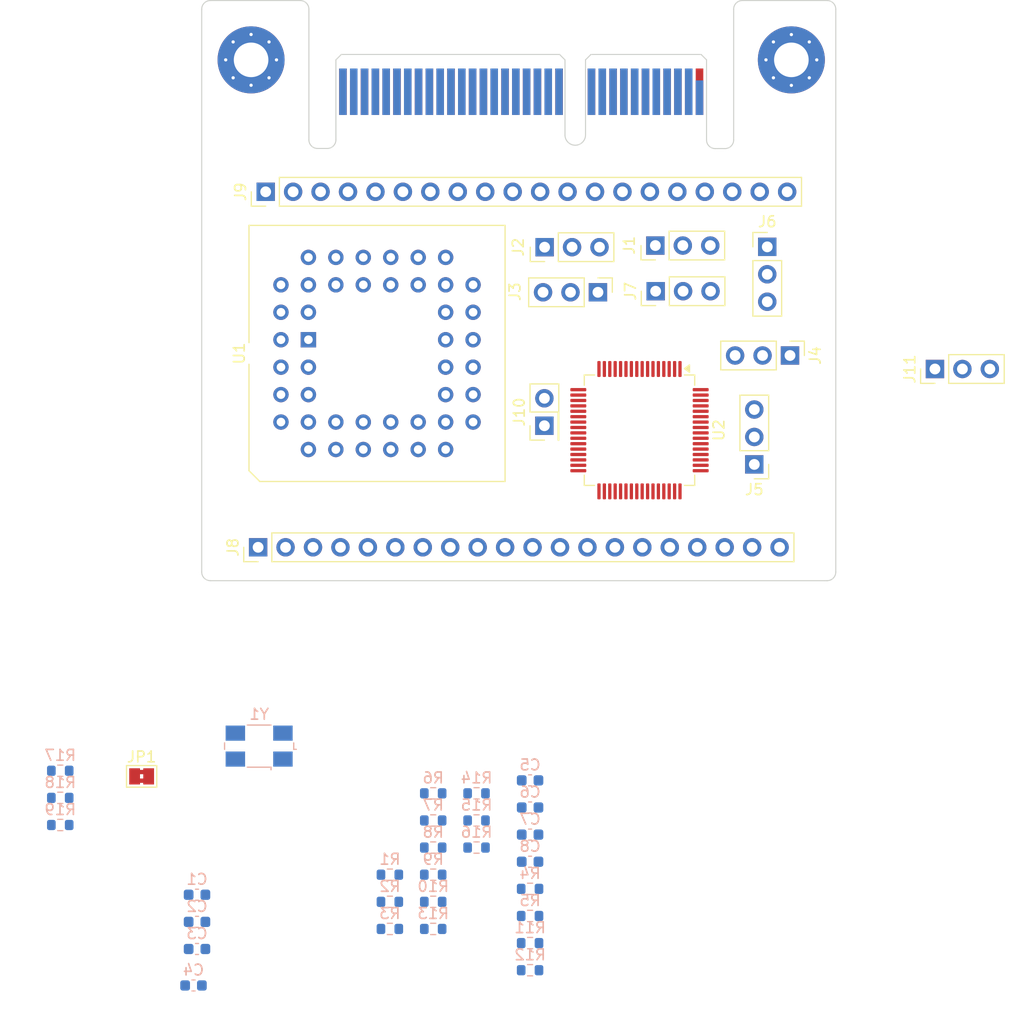
<source format=kicad_pcb>
(kicad_pcb (version 20240108) (generator "pcbnew") (generator_version "8.0")
  (layers (0 "F.Cu" signal) (31 "B.Cu" signal) (34 "B.Paste" user) (35 "F.Paste" user) (36 "B.SilkS" user "B.Silkscreen") (37 "F.SilkS" user "F.Silkscreen") (38 "B.Mask" user) (39 "F.Mask" user) (44 "Edge.Cuts" user))
  (net 0 "")
  (net 1 "/CW312T_Connections/FILT_HP")
  (net 2 "GND")
  (net 3 "/87C51/SHUNTL")
  (net 4 "VCC")
  (net 5 "51_RESET")
  (net 6 "Net-(U2-XTAL2_(TOSC2))")
  (net 7 "Net-(U2-XTAL1_(TOSC1))")
  (net 9 "/ATmega325PA-AU/AVR_MODE1")
  (net 10 "/87C51/EA{slash}VPP")
  (net 11 "/ATmega325PA-AU/AVR_EA")
  (net 12 "/ATmega325PA-AU/AVR_TX")
  (net 13 "/ATmega325PA-AU/TX")
  (net 14 "/87C51/51_TX")
  (net 15 "/ATmega325PA-AU/RX")
  (net 16 "/ATmega325PA-AU/AVR_RX")
  (net 17 "/87C51/51_RX")
  (net 18 "/ATmega325PA-AU/AVR_TRIG")
  (net 19 "/ATmega325PA-AU/PA0")
  (net 20 "/ATmega325PA-AU/GPIO4")
  (net 21 "/ATmega325PA-AU/AVR_GPIO3")
  (net 22 "/ATmega325PA-AU/GPIO3")
  (net 23 "/ATmega325PA-AU/AVR_MODE2")
  (net 25 "/87C51/PD7")
  (net 26 "/87C51/PD4")
  (net 27 "/87C51/P2.7")
  (net 28 "/87C51/PSEN")
  (net 29 "/87C51/PD0")
  (net 30 "/87C51/PD1")
  (net 31 "/87C51/P2.6")
  (net 32 "/87C51/PA10")
  (net 33 "/87C51/LED2")
  (net 34 "/87C51/PD5")
  (net 35 "/87C51/ALE{slash}PROG")
  (net 36 "/87C51/PD2")
  (net 37 "/87C51/PD6")
  (net 38 "/87C51/PA9")
  (net 39 "/87C51/PA11")
  (net 40 "/87C51/PD3")
  (net 41 "/87C51/LED1")
  (net 42 "/87C51/PA2")
  (net 43 "/87C51/PA7")
  (net 44 "/87C51/PA6")
  (net 45 "/87C51/PA4")
  (net 46 "/87C51/PA3")
  (net 47 "/87C51/M1")
  (net 48 "/87C51/PA1")
  (net 49 "/87C51/M0")
  (net 50 "/87C51/PA5")
  (net 51 "Net-(U1-XTAL2)")
  (net 52 "/87C51/P3.7")
  (net 53 "/87C51/M2")
  (net 54 "Net-(U1-P3.2{slash}~{INT0})")
  (net 56 "/87C51/P3.6")
  (net 57 "Net-(P1-VCC3.3)")
  (net 58 "Net-(P1-VCC5.0)")
  (net 59 "/87C51/CLK")
  (net 60 "/ATmega325PA-AU/MOSI")
  (net 61 "/ATmega325PA-AU/SCK")
  (net 67 "AVR_RST")
  (net 76 "/ATmega325PA-AU/MISO")
  (net 89 "/ATmega325PA-AU/LED3")
  (footprint "Connector_PinHeader_2.54mm:PinHeader_1x20_P2.54mm_Vertical" (layer "F.Cu") (at 75.905 113.375 90)
    (property "Reference" "J8" (at 0 -2.33 90) (layer "F.SilkS"))
    (property "Value" "68000-220HLF")
    (pad "1" thru_hole rect (at 0 0 90) (size 1.7 1.7) (drill 1) (layers "*.Cu" "*.Mask") (net 3 "/87C51/SHUNTL"))
    (pad "2" thru_hole oval (at 0 2.54 90) (size 1.7 1.7) (drill 1) (layers "*.Cu" "*.Mask") (net 29 "/87C51/PD0"))
    (pad "3" thru_hole oval (at 0 5.079999 90) (size 1.7 1.7) (drill 1) (layers "*.Cu" "*.Mask") (net 30 "/87C51/PD1"))
    (pad "4" thru_hole oval (at 0 7.62 90) (size 1.7 1.7) (drill 1) (layers "*.Cu" "*.Mask") (net 36 "/87C51/PD2"))
    (pad "5" thru_hole oval (at 0 10.16 90) (size 1.7 1.7) (drill 1) (layers "*.Cu" "*.Mask") (net 40 "/87C51/PD3"))
    (pad "6" thru_hole oval (at 0 12.7 90) (size 1.7 1.7) (drill 1) (layers "*.Cu" "*.Mask") (net 26 "/87C51/PD4"))
    (pad "7" thru_hole oval (at 0 15.24 90) (size 1.7 1.7) (drill 1) (layers "*.Cu" "*.Mask") (net 34 "/87C51/PD5"))
    (pad "8" thru_hole oval (at 0 17.780001 90) (size 1.7 1.7) (drill 1) (layers "*.Cu" "*.Mask") (net 37 "/87C51/PD6"))
    (pad "9" thru_hole oval (at 0 20.32 90) (size 1.7 1.7) (drill 1) (layers "*.Cu" "*.Mask") (net 25 "/87C51/PD7"))
    (pad "10" thru_hole oval (at 0 22.86 90) (size 1.7 1.7) (drill 1) (layers "*.Cu" "*.Mask") (net 10 "/87C51/EA{slash}VPP"))
    (pad "11" thru_hole oval (at 0 25.4 90) (size 1.7 1.7) (drill 1) (layers "*.Cu" "*.Mask") (net 35 "/87C51/ALE{slash}PROG"))
    (pad "12" thru_hole oval (at 0 27.939999 90) (size 1.7 1.7) (drill 1) (layers "*.Cu" "*.Mask") (net 28 "/87C51/PSEN"))
    (pad "13" thru_hole oval (at 0 30.48 90) (size 1.7 1.7) (drill 1) (layers "*.Cu" "*.Mask") (net 27 "/87C51/P2.7"))
    (pad "14" thru_hole oval (at 0 33.02 90) (size 1.7 1.7) (drill 1) (layers "*.Cu" "*.Mask") (net 31 "/87C51/P2.6"))
    (pad "15" thru_hole oval (at 0 35.56 90) (size 1.7 1.7) (drill 1) (layers "*.Cu" "*.Mask") (net 41 "/87C51/LED1"))
    (pad "16" thru_hole oval (at 0 38.099999 90) (size 1.7 1.7) (drill 1) (layers "*.Cu" "*.Mask") (net 33 "/87C51/LED2"))
    (pad "17" thru_hole oval (at 0 40.640001 90) (size 1.7 1.7) (drill 1) (layers "*.Cu" "*.Mask") (net 39 "/87C51/PA11"))
    (pad "18" thru_hole oval (at 0 43.18 90) (size 1.7 1.7) (drill 1) (layers "*.Cu" "*.Mask") (net 32 "/87C51/PA10"))
    (pad "19" thru_hole oval (at 0 45.72 90) (size 1.7 1.7) (drill 1) (layers "*.Cu" "*.Mask") (net 38 "/87C51/PA9"))
    (pad "20" thru_hole oval (at 0 48.26 90) (size 1.7 1.7) (drill 1) (layers "*.Cu" "*.Mask") (net 27 "/87C51/P2.7"))
  )
  (footprint "tutorial_2_library:CW312_Template" (layer "F.Cu") (at 75.255 68.265)
    (property "Reference" "P1" (hide yes))
    (property "Value" "PCIEx4 EDGE CONNECTOR")
    (fp_line (start -4.57 -4.69) (end -4.57 47.4) (stroke (width 0.1)) (layer "Edge.Cuts"))
    (fp_line (start 4.55 -5.49) (end -3.77 -5.49) (stroke (width 0.1)) (layer "Edge.Cuts"))
    (fp_line (start 5.35 7.4) (end 5.35 -4.69) (stroke (width 0.1)) (layer "Edge.Cuts"))
    (fp_line (start 7.05 8.2) (end 6.15 8.2) (stroke (width 0.1)) (layer "Edge.Cuts"))
    (fp_line (start 7.85 0) (end 8.35 -0.5) (stroke (width 0.1)) (layer "Edge.Cuts"))
    (fp_line (start 7.85 7.4) (end 7.85 0) (stroke (width 0.1)) (layer "Edge.Cuts"))
    (fp_line (start 28.55 -0.5) (end 8.35 -0.5) (stroke (width 0.1)) (layer "Edge.Cuts"))
    (fp_line (start 29.05 0) (end 28.55 -0.5) (stroke (width 0.1)) (layer "Edge.Cuts"))
    (fp_line (start 29.05 6.95) (end 29.05 0) (stroke (width 0.1)) (layer "Edge.Cuts"))
    (fp_line (start 30.95 0) (end 31.45 -0.5) (stroke (width 0.1)) (layer "Edge.Cuts"))
    (fp_line (start 30.95 6.95) (end 30.95 0) (stroke (width 0.1)) (layer "Edge.Cuts"))
    (fp_line (start 41.65 -0.5) (end 31.45 -0.5) (stroke (width 0.1)) (layer "Edge.Cuts"))
    (fp_line (start 42.15 0) (end 41.65 -0.5) (stroke (width 0.1)) (layer "Edge.Cuts"))
    (fp_line (start 42.15 7.41) (end 42.15 0) (stroke (width 0.1)) (layer "Edge.Cuts"))
    (fp_line (start 42.95 8.21) (end 43.86 8.21) (stroke (width 0.1)) (layer "Edge.Cuts"))
    (fp_line (start 44.66 7.41) (end 44.66 -4.69) (stroke (width 0.1)) (layer "Edge.Cuts"))
    (fp_line (start 45.46 -5.49) (end 53.31 -5.49) (stroke (width 0.1)) (layer "Edge.Cuts"))
    (fp_line (start 53.31 48.2) (end -3.77 48.2) (stroke (width 0.1)) (layer "Edge.Cuts"))
    (fp_line (start 54.11 -4.69) (end 54.11 47.4) (stroke (width 0.1)) (layer "Edge.Cuts"))
    (fp_arc (start -4.57 -4.69) (mid -4.335685 -5.255685) (end -3.77 -5.49) (stroke (width 0.1)) (layer "Edge.Cuts"))
    (fp_arc (start -3.77 48.2) (mid -4.335685 47.965685) (end -4.57 47.4) (stroke (width 0.1)) (layer "Edge.Cuts"))
    (fp_arc (start 4.55 -5.49) (mid 5.115685 -5.255685) (end 5.35 -4.69) (stroke (width 0.1)) (layer "Edge.Cuts"))
    (fp_arc (start 6.15 8.2) (mid 5.584315 7.965685) (end 5.35 7.4) (stroke (width 0.1)) (layer "Edge.Cuts"))
    (fp_arc (start 7.85 7.4) (mid 7.615685 7.965685) (end 7.05 8.2) (stroke (width 0.1)) (layer "Edge.Cuts"))
    (fp_arc (start 30.95 6.95) (mid 30 7.9) (end 29.05 6.95) (stroke (width 0.1)) (layer "Edge.Cuts"))
    (fp_arc (start 42.95 8.21) (mid 42.384315 7.975685) (end 42.15 7.41) (stroke (width 0.1)) (layer "Edge.Cuts"))
    (fp_arc (start 44.66 -4.69) (mid 44.894315 -5.255685) (end 45.46 -5.49) (stroke (width 0.1)) (layer "Edge.Cuts"))
    (fp_arc (start 44.66 7.41) (mid 44.425685 7.975685) (end 43.86 8.21) (stroke (width 0.1)) (layer "Edge.Cuts"))
    (fp_arc (start 53.31 -5.49) (mid 53.875685 -5.255685) (end 54.11 -4.69) (stroke (width 0.1)) (layer "Edge.Cuts"))
    (fp_arc (start 54.11 47.4) (mid 53.875685 47.965685) (end 53.31 48.2) (stroke (width 0.1)) (layer "Edge.Cuts"))
    (pad "A1" connect rect (at 41.5 3.5 180) (size 0.7 3.2) (layers "B.Cu" "B.Mask") (net 2 "GND"))
    (pad "A2" connect rect (at 40.5 2.95 180) (size 0.7 4.3) (layers "B.Cu" "B.Mask") (net 2 "GND"))
    (pad "A3" connect rect (at 39.5 2.95 180) (size 0.7 4.3) (layers "B.Cu" "B.Mask") (net 1 "/CW312T_Connections/FILT_HP"))
    (pad "A4" connect rect (at 38.5 2.95 180) (size 0.7 4.3) (layers "B.Cu" "B.Mask"))
    (pad "A5" connect rect (at 37.5 2.95 180) (size 0.7 4.3) (layers "B.Cu" "B.Mask") (net 57 "Net-(P1-VCC3.3)"))
    (pad "A6" connect rect (at 36.5 2.95 180) (size 0.7 4.3) (layers "B.Cu" "B.Mask") (net 58 "Net-(P1-VCC5.0)"))
    (pad "A7" connect rect (at 35.5 2.95 180) (size 0.7 4.3) (layers "B.Cu" "B.Mask"))
    (pad "A8" connect rect (at 34.5 2.95 180) (size 0.7 4.3) (layers "B.Cu" "B.Mask") (net 2 "GND"))
    (pad "A9" connect rect (at 33.5 2.95 180) (size 0.7 4.3) (layers "B.Cu" "B.Mask") (net 49 "/87C51/M0"))
    (pad "A10" connect rect (at 32.5 2.95 180) (size 0.7 4.3) (layers "B.Cu" "B.Mask") (net 4 "VCC"))
    (pad "A11" connect rect (at 31.5 2.95 180) (size 0.7 4.3) (layers "B.Cu" "B.Mask") (net 47 "/87C51/M1"))
    (pad "A12" connect rect (at 28.5 2.95 180) (size 0.7 4.3) (layers "B.Cu" "B.Mask") (net 4 "VCC"))
    (pad "A13" connect rect (at 27.5 2.95 180) (size 0.7 4.3) (layers "B.Cu" "B.Mask") (net 53 "/87C51/M2"))
    (pad "A14" connect rect (at 26.5 2.95 180) (size 0.7 4.3) (layers "B.Cu" "B.Mask") (net 4 "VCC"))
    (pad "A15" connect rect (at 25.5 2.95 180) (size 0.7 4.3) (layers "B.Cu" "B.Mask"))
    (pad "A16" connect rect (at 24.5 2.95 180) (size 0.7 4.3) (layers "B.Cu" "B.Mask"))
    (pad "A17" connect rect (at 23.5 2.95 180) (size 0.7 4.3) (layers "B.Cu" "B.Mask"))
    (pad "A18" connect rect (at 22.5 2.95 180) (size 0.7 4.3) (layers "B.Cu" "B.Mask"))
    (pad "A19" connect rect (at 21.5 2.95 180) (size 0.7 4.3) (layers "B.Cu" "B.Mask"))
    (pad "A20" connect rect (at 20.5 2.95 180) (size 0.7 4.3) (layers "B.Cu" "B.Mask") (net 2 "GND"))
    (pad "A21" connect rect (at 19.5 2.95 180) (size 0.7 4.3) (layers "B.Cu" "B.Mask"))
    (pad "A22" connect rect (at 18.5 2.95 180) (size 0.7 4.3) (layers "B.Cu" "B.Mask"))
    (pad "A23" connect rect (at 17.5 2.95 180) (size 0.7 4.3) (layers "B.Cu" "B.Mask"))
    (pad "A24" connect rect (at 16.5 2.95 180) (size 0.7 4.3) (layers "B.Cu" "B.Mask"))
    (pad "A25" connect rect (at 15.5 2.95 180) (size 0.7 4.3) (layers "B.Cu" "B.Mask"))
    (pad "A26" connect rect (at 14.5 2.95 180) (size 0.7 4.3) (layers "B.Cu" "B.Mask"))
    (pad "A27" connect rect (at 13.5 2.95 180) (size 0.7 4.3) (layers "B.Cu" "B.Mask") (net 2 "GND"))
    (pad "A28" connect rect (at 12.5 2.95 180) (size 0.7 4.3) (layers "B.Cu" "B.Mask") (net 2 "GND"))
    (pad "A29" connect rect (at 11.5 2.95 180) (size 0.7 4.3) (layers "B.Cu" "B.Mask"))
    (pad "A30" connect rect (at 10.5 2.95 180) (size 0.7 4.3) (layers "B.Cu" "B.Mask"))
    (pad "A31" connect rect (at 9.5 2.95 180) (size 0.7 4.3) (layers "B.Cu" "B.Mask"))
    (pad "A32" connect rect (at 8.5 2.95 180) (size 0.7 4.3) (layers "B.Cu" "B.Mask"))
    (pad "B1" connect rect (at 41.5 2.95 180) (size 0.7 4.3) (layers "F.Cu" "F.Mask") (net 3 "/87C51/SHUNTL"))
    (pad "B2" connect rect (at 40.5 2.95 180) (size 0.7 4.3) (layers "F.Cu" "F.Mask") (net 1 "/CW312T_Connections/FILT_HP"))
    (pad "B3" connect rect (at 39.5 2.95 180) (size 0.7 4.3) (layers "F.Cu" "F.Mask") (net 2 "GND"))
    (pad "B4" connect rect (at 38.5 2.95 180) (size 0.7 4.3) (layers "F.Cu" "F.Mask") (net 1 "/CW312T_Connections/FILT_HP"))
    (pad "B5" connect rect (at 37.5 2.95 180) (size 0.7 4.3) (layers "F.Cu" "F.Mask") (net 4 "VCC"))
    (pad "B6" connect rect (at 36.5 2.95 180) (size 0.7 4.3) (layers "F.Cu" "F.Mask"))
    (pad "B7" connect rect (at 35.5 2.95 180) (size 0.7 4.3) (layers "F.Cu" "F.Mask"))
    (pad "B8" connect rect (at 34.5 2.95 180) (size 0.7 4.3) (layers "F.Cu" "F.Mask"))
    (pad "B9" connect rect (at 33.5 2.95 180) (size 0.7 4.3) (layers "F.Cu" "F.Mask") (net 2 "GND"))
    (pad "B10" connect rect (at 32.5 2.95 180) (size 0.7 4.3) (layers "F.Cu" "F.Mask") (net 4 "VCC"))
    (pad "B11" connect rect (at 31.5 2.95 180) (size 0.7 4.3) (layers "F.Cu" "F.Mask") (net 41 "/87C51/LED1"))
    (pad "B12" connect rect (at 28.5 2.95 180) (size 0.7 4.3) (layers "F.Cu" "F.Mask") (net 33 "/87C51/LED2"))
    (pad "B13" connect rect (at 27.5 2.95 180) (size 0.7 4.3) (layers "F.Cu" "F.Mask") (net 89 "/ATmega325PA-AU/LED3"))
    (pad "B14" connect rect (at 26.5 2.95 180) (size 0.7 4.3) (layers "F.Cu" "F.Mask") (net 67 "AVR_RST"))
    (pad "B15" connect rect (at 25.5 2.95 180) (size 0.7 4.3) (layers "F.Cu" "F.Mask") (net 2 "GND"))
    (pad "B16" connect rect (at 24.5 2.95 180) (size 0.7 4.3) (layers "F.Cu" "F.Mask") (net 13 "/ATmega325PA-AU/TX"))
    (pad "B17" connect rect (at 23.5 2.95 180) (size 0.7 4.3) (layers "F.Cu" "F.Mask") (net 15 "/ATmega325PA-AU/RX"))
    (pad "B18" connect rect (at 22.5 2.95 180) (size 0.7 4.3) (layers "F.Cu" "F.Mask") (net 22 "/ATmega325PA-AU/GPIO3"))
    (pad "B19" connect rect (at 21.5 2.95 180) (size 0.7 4.3) (layers "F.Cu" "F.Mask") (net 20 "/ATmega325PA-AU/GPIO4"))
    (pad "B20" connect rect (at 20.5 2.95 180) (size 0.7 4.3) (layers "F.Cu" "F.Mask") (net 61 "/ATmega325PA-AU/SCK"))
    (pad "B21" connect rect (at 19.5 2.95 180) (size 0.7 4.3) (layers "F.Cu" "F.Mask") (net 2 "GND"))
    (pad "B22" connect rect (at 18.5 2.95 180) (size 0.7 4.3) (layers "F.Cu" "F.Mask") (net 2 "GND"))
    (pad "B23" connect rect (at 17.5 2.95 180) (size 0.7 4.3) (layers "F.Cu" "F.Mask") (net 76 "/ATmega325PA-AU/MISO"))
    (pad "B24" connect rect (at 16.5 2.95 180) (size 0.7 4.3) (layers "F.Cu" "F.Mask") (net 60 "/ATmega325PA-AU/MOSI"))
    (pad "B25" connect rect (at 15.5 2.95 180) (size 0.7 4.3) (layers "F.Cu" "F.Mask"))
    (pad "B26" connect rect (at 14.5 2.95 180) (size 0.7 4.3) (layers "F.Cu" "F.Mask"))
    (pad "B27" connect rect (at 13.5 2.95 180) (size 0.7 4.3) (layers "F.Cu" "F.Mask") (net 59 "/87C51/CLK"))
    (pad "B28" connect rect (at 12.5 2.95 180) (size 0.7 4.3) (layers "F.Cu" "F.Mask"))
    (pad "B29" connect rect (at 11.5 2.95 180) (size 0.7 4.3) (layers "F.Cu" "F.Mask"))
    (pad "B30" connect rect (at 10.5 2.95 180) (size 0.7 4.3) (layers "F.Cu" "F.Mask"))
    (pad "B31" connect rect (at 9.5 3.5 180) (size 0.7 3.2) (layers "F.Cu" "F.Mask"))
    (pad "B32" connect rect (at 8.5 2.95 180) (size 0.7 4.3) (layers "F.Cu" "F.Mask"))
    (pad "MH" thru_hole circle (at -2.35 0) (size 1 1) (drill 0.3) (layers "*.Cu" "*.Mask"))
    (pad "MH" thru_hole circle (at -1.66 -1.66) (size 1 1) (drill 0.3) (layers "*.Cu" "*.Mask"))
    (pad "MH" thru_hole circle (at -1.66 1.66) (size 1 1) (drill 0.3) (layers "*.Cu" "*.Mask"))
    (pad "MH" thru_hole circle (at 0 -2.35) (size 1 1) (drill 0.3) (layers "*.Cu" "*.Mask"))
    (pad "MH" thru_hole circle (at 0 0) (size 6.2 6.2) (drill 3.2) (layers "*.Cu" "*.Mask"))
    (pad "MH" thru_hole circle (at 0 2.35) (size 1 1) (drill 0.3) (layers "*.Cu" "*.Mask"))
    (pad "MH" thru_hole circle (at 1.66 -1.66) (size 1 1) (drill 0.3) (layers "*.Cu" "*.Mask"))
    (pad "MH" thru_hole circle (at 1.66 1.66) (size 1 1) (drill 0.3) (layers "*.Cu" "*.Mask"))
    (pad "MH" thru_hole circle (at 2.35 0) (size 1 1) (drill 0.3) (layers "*.Cu" "*.Mask"))
    (pad "MH" thru_hole circle (at 47.65 0) (size 1 1) (drill 0.3) (layers "*.Cu" "*.Mask"))
    (pad "MH" thru_hole circle (at 48.34 -1.66) (size 1 1) (drill 0.3) (layers "*.Cu" "*.Mask"))
    (pad "MH" thru_hole circle (at 48.34 1.66) (size 1 1) (drill 0.3) (layers "*.Cu" "*.Mask"))
    (pad "MH" thru_hole circle (at 50 -2.34) (size 1 1) (drill 0.3) (layers "*.Cu" "*.Mask"))
    (pad "MH" thru_hole circle (at 50 0) (size 6.2 6.2) (drill 3.2) (layers "*.Cu" "*.Mask"))
    (pad "MH" thru_hole circle (at 50 2.36) (size 1 1) (drill 0.3) (layers "*.Cu" "*.Mask"))
    (pad "MH" thru_hole circle (at 51.66 -1.66) (size 1 1) (drill 0.3) (layers "*.Cu" "*.Mask"))
    (pad "MH" thru_hole circle (at 51.66 1.66) (size 1 1) (drill 0.3) (layers "*.Cu" "*.Mask"))
    (pad "MH" thru_hole circle (at 52.35 0) (size 1 1) (drill 0.3) (layers "*.Cu" "*.Mask"))
  )
  (footprint "Connector_PinHeader_2.54mm:PinHeader_1x03_P2.54mm_Vertical" (layer "F.Cu") (at 123.025 85.570001)
    (property "Reference" "J6" (at 0 -2.33 360) (layer "F.SilkS"))
    (property "Value" "1x3 straight header pins")
    (pad "1" thru_hole rect (at 0 0) (size 1.7 1.7) (drill 1) (layers "*.Cu" "*.Mask") (net 21 "/ATmega325PA-AU/AVR_GPIO3"))
    (pad "2" thru_hole oval (at 0 2.54) (size 1.7 1.7) (drill 1) (layers "*.Cu" "*.Mask") (net 22 "/ATmega325PA-AU/GPIO3"))
    (pad "3" thru_hole oval (at 0 5.079999) (size 1.7 1.7) (drill 1) (layers "*.Cu" "*.Mask") (net 5 "51_RESET"))
  )
  (footprint "Connector_PinHeader_2.54mm:PinHeader_1x03_P2.54mm_Vertical" (layer "F.Cu") (at 112.670001 85.45 90)
    (property "Reference" "J1" (at 0.025 -2.42 90) (layer "F.SilkS"))
    (property "Value" "1x3 straight header pins")
    (pad "1" thru_hole rect (at 0 0 90) (size 1.7 1.7) (drill 1) (layers "*.Cu" "*.Mask") (net 2 "GND"))
    (pad "2" thru_hole oval (at 0 2.54 90) (size 1.7 1.7) (drill 1) (layers "*.Cu" "*.Mask") (net 9 "/ATmega325PA-AU/AVR_MODE1"))
    (pad "3" thru_hole oval (at 0 5.079999 90) (size 1.7 1.7) (drill 1) (layers "*.Cu" "*.Mask"))
  )
  (footprint "Connector_PinHeader_2.54mm:PinHeader_1x03_P2.54mm_Vertical" (layer "F.Cu") (at 112.695001 89.675 90)
    (property "Reference" "J7" (at 0 -2.33 90) (layer "F.SilkS"))
    (property "Value" "1x3 straight header pins")
    (pad "1" thru_hole rect (at 0 0 90) (size 1.7 1.7) (drill 1) (layers "*.Cu" "*.Mask") (net 2 "GND"))
    (pad "2" thru_hole oval (at 0 2.54 90) (size 1.7 1.7) (drill 1) (layers "*.Cu" "*.Mask") (net 23 "/ATmega325PA-AU/AVR_MODE2"))
    (pad "3" thru_hole oval (at 0 5.079999 90) (size 1.7 1.7) (drill 1) (layers "*.Cu" "*.Mask"))
  )
  (footprint "Connector_PinHeader_2.54mm:PinHeader_1x03_P2.54mm_Vertical" (layer "F.Cu") (at 121.825 105.704999 180)
    (property "Reference" "J5" (at 0 -2.33 360) (layer "F.SilkS"))
    (property "Value" "1x3 straight header pins")
    (pad "1" thru_hole rect (at 0 0 180) (size 1.7 1.7) (drill 1) (layers "*.Cu" "*.Mask") (net 18 "/ATmega325PA-AU/AVR_TRIG"))
    (pad "2" thru_hole oval (at 0 2.54 180) (size 1.7 1.7) (drill 1) (layers "*.Cu" "*.Mask") (net 20 "/ATmega325PA-AU/GPIO4"))
    (pad "3" thru_hole oval (at 0 5.079999 180) (size 1.7 1.7) (drill 1) (layers "*.Cu" "*.Mask") (net 19 "/ATmega325PA-AU/PA0"))
  )
  (footprint "Package_LCC:PLCC-44_THT-Socket" (layer "F.Cu") (at 80.56 94.165 90)
    (property "Reference" "U1" (at -1.27 -6.4 90) (layer "F.SilkS"))
    (property "Value" "87C51")
    (pad "1" thru_hole rect (at 0 0 90) (size 1.4224 1.4224) (drill 0.8) (layers "*.Cu" "*.Mask"))
    (pad "2" thru_hole circle (at -2.54 -2.54 90) (size 1.4224 1.4224) (drill 0.8) (layers "*.Cu" "*.Mask") (net 19 "/ATmega325PA-AU/PA0"))
    (pad "3" thru_hole circle (at -2.54 0 90) (size 1.4224 1.4224) (drill 0.8) (layers "*.Cu" "*.Mask") (net 48 "/87C51/PA1"))
    (pad "4" thru_hole circle (at -5.08 -2.54 90) (size 1.4224 1.4224) (drill 0.8) (layers "*.Cu" "*.Mask") (net 42 "/87C51/PA2"))
    (pad "5" thru_hole circle (at -5.079999 0 90) (size 1.4224 1.4224) (drill 0.8) (layers "*.Cu" "*.Mask") (net 46 "/87C51/PA3"))
    (pad "6" thru_hole circle (at -7.62 -2.54 90) (size 1.4224 1.4224) (drill 0.8) (layers "*.Cu" "*.Mask") (net 45 "/87C51/PA4"))
    (pad "7" thru_hole circle (at -10.16 0 90) (size 1.4224 1.4224) (drill 0.8) (layers "*.Cu" "*.Mask") (net 50 "/87C51/PA5"))
    (pad "8" thru_hole circle (at -7.62 0 90) (size 1.4224 1.4224) (drill 0.8) (layers "*.Cu" "*.Mask") (net 44 "/87C51/PA6"))
    (pad "9" thru_hole circle (at -10.16 2.54 90) (size 1.4224 1.4224) (drill 0.8) (layers "*.Cu" "*.Mask") (net 43 "/87C51/PA7"))
    (pad "10" thru_hole circle (at -7.62 2.54 90) (size 1.4224 1.4224) (drill 0.8) (layers "*.Cu" "*.Mask") (net 5 "51_RESET"))
    (pad "11" thru_hole circle (at -10.159999 5.08 90) (size 1.4224 1.4224) (drill 0.8) (layers "*.Cu" "*.Mask") (net 17 "/87C51/51_RX"))
    (pad "12" thru_hole circle (at -7.62 5.08 90) (size 1.4224 1.4224) (drill 0.8) (layers "*.Cu" "*.Mask"))
    (pad "13" thru_hole circle (at -10.16 7.62 90) (size 1.4224 1.4224) (drill 0.8) (layers "*.Cu" "*.Mask") (net 14 "/87C51/51_TX"))
    (pad "14" thru_hole circle (at -7.62 7.62 90) (size 1.4224 1.4224) (drill 0.8) (layers "*.Cu" "*.Mask") (net 54 "Net-(U1-P3.2{slash}~{INT0})"))
    (pad "15" thru_hole circle (at -10.16 10.16 90) (size 1.4224 1.4224) (drill 0.8) (layers "*.Cu" "*.Mask") (net 49 "/87C51/M0"))
    (pad "16" thru_hole circle (at -7.62 10.16 90) (size 1.4224 1.4224) (drill 0.8) (layers "*.Cu" "*.Mask") (net 47 "/87C51/M1"))
    (pad "17" thru_hole circle (at -10.16 12.7 90) (size 1.4224 1.4224) (drill 0.8) (layers "*.Cu" "*.Mask") (net 53 "/87C51/M2"))
    (pad "18" thru_hole circle (at -7.62 15.24 90) (size 1.4224 1.4224) (drill 0.8) (layers "*.Cu" "*.Mask") (net 56 "/87C51/P3.6"))
    (pad "19" thru_hole circle (at -7.62 12.7 90) (size 1.4224 1.4224) (drill 0.8) (layers "*.Cu" "*.Mask") (net 52 "/87C51/P3.7"))
    (pad "20" thru_hole circle (at -5.08 15.24 90) (size 1.4224 1.4224) (drill 0.8) (layers "*.Cu" "*.Mask") (net 51 "Net-(U1-XTAL2)"))
    (pad "21" thru_hole circle (at -5.08 12.700001 90) (size 1.4224 1.4224) (drill 0.8) (layers "*.Cu" "*.Mask"))
    (pad "22" thru_hole circle (at -2.54 15.24 90) (size 1.4224 1.4224) (drill 0.8) (layers "*.Cu" "*.Mask") (net 2 "GND"))
    (pad "23" thru_hole circle (at -2.54 12.7 90) (size 1.4224 1.4224) (drill 0.8) (layers "*.Cu" "*.Mask"))
    (pad "24" thru_hole circle (at 0 15.24 90) (size 1.4224 1.4224) (drill 0.8) (layers "*.Cu" "*.Mask") (net 27 "/87C51/P2.7"))
    (pad "25" thru_hole circle (at 0 12.7 90) (size 1.4224 1.4224) (drill 0.8) (layers "*.Cu" "*.Mask") (net 38 "/87C51/PA9"))
    (pad "26" thru_hole circle (at 2.54 15.24 90) (size 1.4224 1.4224) (drill 0.8) (layers "*.Cu" "*.Mask") (net 32 "/87C51/PA10"))
    (pad "27" thru_hole circle (at 2.54 12.7 90) (size 1.4224 1.4224) (drill 0.8) (layers "*.Cu" "*.Mask") (net 39 "/87C51/PA11"))
    (pad "28" thru_hole circle (at 5.08 15.24 90) (size 1.4224 1.4224) (drill 0.8) (layers "*.Cu" "*.Mask") (net 33 "/87C51/LED2"))
    (pad "29" thru_hole circle (at 7.62 12.7 90) (size 1.4224 1.4224) (drill 0.8) (layers "*.Cu" "*.Mask") (net 41 "/87C51/LED1"))
    (pad "30" thru_hole circle (at 5.08 12.700001 90) (size 1.4224 1.4224) (drill 0.8) (layers "*.Cu" "*.Mask") (net 31 "/87C51/P2.6"))
    (pad "31" thru_hole circle (at 7.62 10.16 90) (size 1.4224 1.4224) (drill 0.8) (layers "*.Cu" "*.Mask") (net 27 "/87C51/P2.7"))
    (pad "32" thru_hole circle (at 5.08 10.159999 90) (size 1.4224 1.4224) (drill 0.8) (layers "*.Cu" "*.Mask") (net 28 "/87C51/PSEN"))
    (pad "33" thru_hole circle (at 7.62 7.62 90) (size 1.4224 1.4224) (drill 0.8) (layers "*.Cu" "*.Mask") (net 35 "/87C51/ALE{slash}PROG"))
    (pad "34" thru_hole circle (at 5.08 7.62 90) (size 1.4224 1.4224) (drill 0.8) (layers "*.Cu" "*.Mask"))
    (pad "35" thru_hole circle (at 7.62 5.08 90) (size 1.4224 1.4224) (drill 0.8) (layers "*.Cu" "*.Mask") (net 10 "/87C51/EA{slash}VPP"))
    (pad "36" thru_hole circle (at 5.08 5.08 90) (size 1.4224 1.4224) (drill 0.8) (layers "*.Cu" "*.Mask") (net 25 "/87C51/PD7"))
    (pad "37" thru_hole circle (at 7.62 2.54 90) (size 1.4224 1.4224) (drill 0.8) (layers "*.Cu" "*.Mask") (net 37 "/87C51/PD6"))
    (pad "38" thru_hole circle (at 5.08 2.54 90) (size 1.4224 1.4224) (drill 0.8) (layers "*.Cu" "*.Mask") (net 34 "/87C51/PD5"))
    (pad "39" thru_hole circle (at 7.62 0 90) (size 1.4224 1.4224) (drill 0.8) (layers "*.Cu" "*.Mask") (net 26 "/87C51/PD4"))
    (pad "40" thru_hole circle (at 5.08 -2.54 90) (size 1.4224 1.4224) (drill 0.8) (layers "*.Cu" "*.Mask") (net 40 "/87C51/PD3"))
    (pad "41" thru_hole circle (at 5.079999 0 90) (size 1.4224 1.4224) (drill 0.8) (layers "*.Cu" "*.Mask") (net 36 "/87C51/PD2"))
    (pad "42" thru_hole circle (at 2.54 -2.54 90) (size 1.4224 1.4224) (drill 0.8) (layers "*.Cu" "*.Mask") (net 30 "/87C51/PD1"))
    (pad "43" thru_hole circle (at 2.54 0 90) (size 1.4224 1.4224) (drill 0.8) (layers "*.Cu" "*.Mask") (net 29 "/87C51/PD0"))
    (pad "44" thru_hole circle (at 0 -2.54 90) (size 1.4224 1.4224) (drill 0.8) (layers "*.Cu" "*.Mask") (net 3 "/87C51/SHUNTL"))
  )
  (footprint "Connector_PinHeader_2.54mm:PinHeader_2x01_P2.54mm_Vertical" (layer "F.Cu") (at 102.4 102.125 90)
    (property "Reference" "J10" (at 1.27 -2.33 90) (layer "F.SilkS"))
    (property "Value" "2Pin_Header_2.54")
    (pad "1" thru_hole rect (at 0 0 90) (size 1.7 1.7) (drill 1) (layers "*.Cu" "*.Mask") (net 7 "Net-(U2-XTAL1_(TOSC1))"))
    (pad "2" thru_hole oval (at 2.54 0 90) (size 1.7 1.7) (drill 1) (layers "*.Cu" "*.Mask") (net 59 "/87C51/CLK"))
  )
  (footprint "Package_QFP:TQFP-64_10x10mm_P0.5mm" (layer "F.Cu") (at 111.2 102.5375 -90)
    (property "Reference" "U2" (at 0 -7.35 90) (layer "F.SilkS"))
    (property "Value" "ATMEGA325PA-AU")
    (pad "1" smd roundrect (at -5.6625 -3.75 270) (size 1.475 0.3) (layers "F.Cu" "F.Paste" "F.Mask"))
    (pad "2" smd roundrect (at -5.6625 -3.25 270) (size 1.475 0.3) (layers "F.Cu" "F.Paste" "F.Mask") (net 16 "/ATmega325PA-AU/AVR_RX"))
    (pad "3" smd roundrect (at -5.6625 -2.75 270) (size 1.475 0.3) (layers "F.Cu" "F.Paste" "F.Mask") (net 12 "/ATmega325PA-AU/AVR_TX"))
    (pad "4" smd roundrect (at -5.6625 -2.25 270) (size 1.475 0.3) (layers "F.Cu" "F.Paste" "F.Mask") (net 9 "/ATmega325PA-AU/AVR_MODE1"))
    (pad "5" smd roundrect (at -5.6625 -1.75 270) (size 1.475 0.3) (layers "F.Cu" "F.Paste" "F.Mask") (net 18 "/ATmega325PA-AU/AVR_TRIG"))
    (pad "6" smd roundrect (at -5.6625 -1.25 270) (size 1.475 0.3) (layers "F.Cu" "F.Paste" "F.Mask") (net 23 "/ATmega325PA-AU/AVR_MODE2"))
    (pad "7" smd roundrect (at -5.6625 -0.75 270) (size 1.475 0.3) (layers "F.Cu" "F.Paste" "F.Mask") (net 21 "/ATmega325PA-AU/AVR_GPIO3"))
    (pad "8" smd roundrect (at -5.6625 -0.25 270) (size 1.475 0.3) (layers "F.Cu" "F.Paste" "F.Mask") (net 11 "/ATmega325PA-AU/AVR_EA"))
    (pad "9" smd roundrect (at -5.6625 0.25 270) (size 1.475 0.3) (layers "F.Cu" "F.Paste" "F.Mask"))
    (pad "10" smd roundrect (at -5.6625 0.75 270) (size 1.475 0.3) (layers "F.Cu" "F.Paste" "F.Mask"))
    (pad "11" smd roundrect (at -5.6625 1.25 270) (size 1.475 0.3) (layers "F.Cu" "F.Paste" "F.Mask") (net 61 "/ATmega325PA-AU/SCK"))
    (pad "12" smd roundrect (at -5.6625 1.75 270) (size 1.475 0.3) (layers "F.Cu" "F.Paste" "F.Mask") (net 60 "/ATmega325PA-AU/MOSI"))
    (pad "13" smd roundrect (at -5.6625 2.25 270) (size 1.475 0.3) (layers "F.Cu" "F.Paste" "F.Mask") (net 76 "/ATmega325PA-AU/MISO"))
    (pad "14" smd roundrect (at -5.6625 2.75 270) (size 1.475 0.3) (layers "F.Cu" "F.Paste" "F.Mask"))
    (pad "15" smd roundrect (at -5.6625 3.25 270) (size 1.475 0.3) (layers "F.Cu" "F.Paste" "F.Mask"))
    (pad "16" smd roundrect (at -5.6625 3.75 270) (size 1.475 0.3) (layers "F.Cu" "F.Paste" "F.Mask"))
    (pad "17" smd roundrect (at -3.75 5.6625 270) (size 0.3 1.475) (layers "F.Cu" "F.Paste" "F.Mask"))
    (pad "18" smd roundrect (at -3.25 5.6625 270) (size 0.3 1.475) (layers "F.Cu" "F.Paste" "F.Mask"))
    (pad "19" smd roundrect (at -2.75 5.6625 270) (size 0.3 1.475) (layers "F.Cu" "F.Paste" "F.Mask"))
    (pad "20" smd roundrect (at -2.25 5.6625 270) (size 0.3 1.475) (layers "F.Cu" "F.Paste" "F.Mask") (net 67 "AVR_RST"))
    (pad "21" smd roundrect (at -1.75 5.6625 270) (size 0.3 1.475) (layers "F.Cu" "F.Paste" "F.Mask") (net 4 "VCC"))
    (pad "22" smd roundrect (at -1.25 5.6625 270) (size 0.3 1.475) (layers "F.Cu" "F.Paste" "F.Mask") (net 2 "GND"))
    (pad "23" smd roundrect (at -0.75 5.6625 270) (size 0.3 1.475) (layers "F.Cu" "F.Paste" "F.Mask") (net 6 "Net-(U2-XTAL2_(TOSC2))"))
    (pad "24" smd roundrect (at -0.25 5.6625 270) (size 0.3 1.475) (layers "F.Cu" "F.Paste" "F.Mask") (net 7 "Net-(U2-XTAL1_(TOSC1))"))
    (pad "25" smd roundrect (at 0.25 5.6625 270) (size 0.3 1.475) (layers "F.Cu" "F.Paste" "F.Mask") (net 19 "/ATmega325PA-AU/PA0"))
    (pad "26" smd roundrect (at 0.75 5.6625 270) (size 0.3 1.475) (layers "F.Cu" "F.Paste" "F.Mask") (net 48 "/87C51/PA1"))
    (pad "27" smd roundrect (at 1.25 5.6625 270) (size 0.3 1.475) (layers "F.Cu" "F.Paste" "F.Mask") (net 42 "/87C51/PA2"))
    (pad "28" smd roundrect (at 1.75 5.6625 270) (size 0.3 1.475) (layers "F.Cu" "F.Paste" "F.Mask") (net 46 "/87C51/PA3"))
    (pad "29" smd roundrect (at 2.25 5.6625 270) (size 0.3 1.475) (layers "F.Cu" "F.Paste" "F.Mask") (net 45 "/87C51/PA4"))
    (pad "30" smd roundrect (at 2.75 5.6625 270) (size 0.3 1.475) (layers "F.Cu" "F.Paste" "F.Mask") (net 50 "/87C51/PA5"))
    (pad "31" smd roundrect (at 3.25 5.6625 270) (size 0.3 1.475) (layers "F.Cu" "F.Paste" "F.Mask") (net 44 "/87C51/PA6"))
    (pad "32" smd roundrect (at 3.75 5.6625 270) (size 0.3 1.475) (layers "F.Cu" "F.Paste" "F.Mask") (net 43 "/87C51/PA7"))
    (pad "33" smd roundrect (at 5.6625 3.75 270) (size 1.475 0.3) (layers "F.Cu" "F.Paste" "F.Mask"))
    (pad "34" smd roundrect (at 5.6625 3.25 270) (size 1.475 0.3) (layers "F.Cu" "F.Paste" "F.Mask"))
    (pad "35" smd roundrect (at 5.6625 2.75 270) (size 1.475 0.3) (layers "F.Cu" "F.Paste" "F.Mask") (net 29 "/87C51/PD0"))
    (pad "36" smd roundrect (at 5.6625 2.25 270) (size 1.475 0.3) (layers "F.Cu" "F.Paste" "F.Mask") (net 30 "/87C51/PD1"))
    (pad "37" smd roundrect (at 5.6625 1.75 270) (size 1.475 0.3) (layers "F.Cu" "F.Paste" "F.Mask") (net 36 "/87C51/PD2"))
    (pad "38" smd roundrect (at 5.6625 1.25 270) (size 1.475 0.3) (layers "F.Cu" "F.Paste" "F.Mask") (net 40 "/87C51/PD3"))
    (pad "39" smd roundrect (at 5.6625 0.75 270) (size 1.475 0.3) (layers "F.Cu" "F.Paste" "F.Mask") (net 26 "/87C51/PD4"))
    (pad "40" smd roundrect (at 5.6625 0.25 270) (size 1.475 0.3) (layers "F.Cu" "F.Paste" "F.Mask") (net 34 "/87C51/PD5"))
    (pad "41" smd roundrect (at 5.6625 -0.25 270) (size 1.475 0.3) (layers "F.Cu" "F.Paste" "F.Mask") (net 37 "/87C51/PD6"))
    (pad "42" smd roundrect (at 5.6625 -0.75 270) (size 1.475 0.3) (layers "F.Cu" "F.Paste" "F.Mask") (net 25 "/87C51/PD7"))
    (pad "43" smd roundrect (at 5.6625 -1.25 270) (size 1.475 0.3) (layers "F.Cu" "F.Paste" "F.Mask"))
    (pad "44" smd roundrect (at 5.6625 -1.75 270) (size 1.475 0.3) (layers "F.Cu" "F.Paste" "F.Mask") (net 35 "/87C51/ALE{slash}PROG"))
    (pad "45" smd roundrect (at 5.6625 -2.25 270) (size 1.475 0.3) (layers "F.Cu" "F.Paste" "F.Mask") (net 28 "/87C51/PSEN"))
    (pad "46" smd roundrect (at 5.6625 -2.75 270) (size 1.475 0.3) (layers "F.Cu" "F.Paste" "F.Mask") (net 27 "/87C51/P2.7"))
    (pad "47" smd roundrect (at 5.6625 -3.25 270) (size 1.475 0.3) (layers "F.Cu" "F.Paste" "F.Mask") (net 31 "/87C51/P2.6"))
    (pad "48" smd roundrect (at 5.6625 -3.75 270) (size 1.475 0.3) (layers "F.Cu" "F.Paste" "F.Mask") (net 41 "/87C51/LED1"))
    (pad "49" smd roundrect (at 3.75 -5.6625 270) (size 0.3 1.475) (layers "F.Cu" "F.Paste" "F.Mask") (net 33 "/87C51/LED2"))
    (pad "50" smd roundrect (at 3.25 -5.6625 270) (size 0.3 1.475) (layers "F.Cu" "F.Paste" "F.Mask") (net 39 "/87C51/PA11"))
    (pad "51" smd roundrect (at 2.75 -5.6625 270) (size 0.3 1.475) (layers "F.Cu" "F.Paste" "F.Mask") (net 32 "/87C51/PA10"))
    (pad "52" smd roundrect (at 2.25 -5.6625 270) (size 0.3 1.475) (layers "F.Cu" "F.Paste" "F.Mask") (net 4 "VCC"))
    (pad "53" smd roundrect (at 1.75 -5.6625 270) (size 0.3 1.475) (layers "F.Cu" "F.Paste" "F.Mask") (net 2 "GND"))
    (pad "54" smd roundrect (at 1.25 -5.6625 270) (size 0.3 1.475) (layers "F.Cu" "F.Paste" "F.Mask") (net 38 "/87C51/PA9"))
    (pad "55" smd roundrect (at 0.75 -5.6625 270) (size 0.3 1.475) (layers "F.Cu" "F.Paste" "F.Mask") (net 27 "/87C51/P2.7"))
    (pad "56" smd roundrect (at 0.25 -5.6625 270) (size 0.3 1.475) (layers "F.Cu" "F.Paste" "F.Mask") (net 52 "/87C51/P3.7"))
    (pad "57" smd roundrect (at -0.25 -5.6625 270) (size 0.3 1.475) (layers "F.Cu" "F.Paste" "F.Mask") (net 56 "/87C51/P3.6"))
    (pad "58" smd roundrect (at -0.75 -5.6625 270) (size 0.3 1.475) (layers "F.Cu" "F.Paste" "F.Mask"))
    (pad "59" smd roundrect (at -1.25 -5.6625 270) (size 0.3 1.475) (layers "F.Cu" "F.Paste" "F.Mask"))
    (pad "60" smd roundrect (at -1.75 -5.6625 270) (size 0.3 1.475) (layers "F.Cu" "F.Paste" "F.Mask") (net 5 "51_RESET"))
    (pad "61" smd roundrect (at -2.25 -5.6625 270) (size 0.3 1.475) (layers "F.Cu" "F.Paste" "F.Mask") (net 89 "/ATmega325PA-AU/LED3"))
    (pad "62" smd roundrect (at -2.75 -5.6625 270) (size 0.3 1.475) (layers "F.Cu" "F.Paste" "F.Mask"))
    (pad "63" smd roundrect (at -3.25 -5.6625 270) (size 0.3 1.475) (layers "F.Cu" "F.Paste" "F.Mask") (net 2 "GND"))
    (pad "64" smd roundrect (at -3.75 -5.6625 270) (size 0.3 1.475) (layers "F.Cu" "F.Paste" "F.Mask") (net 4 "VCC"))
  )
  (footprint "Connector_PinHeader_2.54mm:PinHeader_1x20_P2.54mm_Vertical" (layer "F.Cu") (at 76.605 80.475 90)
    (property "Reference" "J9" (at 0 -2.33 90) (layer "F.SilkS"))
    (property "Value" "68000-220HLF")
    (pad "1" thru_hole rect (at 0 0 90) (size 1.7 1.7) (drill 1) (layers "*.Cu" "*.Mask") (net 19 "/ATmega325PA-AU/PA0"))
    (pad "2" thru_hole oval (at 0 2.54 90) (size 1.7 1.7) (drill 1) (layers "*.Cu" "*.Mask") (net 48 "/87C51/PA1"))
    (pad "3" thru_hole oval (at 0 5.079999 90) (size 1.7 1.7) (drill 1) (layers "*.Cu" "*.Mask") (net 42 "/87C51/PA2"))
    (pad "4" thru_hole oval (at 0 7.62 90) (size 1.7 1.7) (drill 1) (layers "*.Cu" "*.Mask") (net 46 "/87C51/PA3"))
    (pad "5" thru_hole oval (at 0 10.16 90) (size 1.7 1.7) (drill 1) (layers "*.Cu" "*.Mask") (net 45 "/87C51/PA4"))
    (pad "6" thru_hole oval (at 0 12.7 90) (size 1.7 1.7) (drill 1) (layers "*.Cu" "*.Mask") (net 50 "/87C51/PA5"))
    (pad "7" thru_hole oval (at 0 15.24 90) (size 1.7 1.7) (drill 1) (layers "*.Cu" "*.Mask") (net 44 "/87C51/PA6"))
    (pad "8" thru_hole oval (at 0 17.780001 90) (size 1.7 1.7) (drill 1) (layers "*.Cu" "*.Mask") (net 43 "/87C51/PA7"))
    (pad "9" thru_hole oval (at 0 20.32 90) (size 1.7 1.7) (drill 1) (layers "*.Cu" "*.Mask") (net 5 "51_RESET"))
    (pad "10" thru_hole oval (at 0 22.86 90) (size 1.7 1.7) (drill 1) (layers "*.Cu" "*.Mask") (net 17 "/87C51/51_RX"))
    (pad "11" thru_hole oval (at 0 25.4 90) (size 1.7 1.7) (drill 1) (layers "*.Cu" "*.Mask") (net 14 "/87C51/51_TX"))
    (pad "12" thru_hole oval (at 0 27.939999 90) (size 1.7 1.7) (drill 1) (layers "*.Cu" "*.Mask") (net 54 "Net-(U1-P3.2{slash}~{INT0})"))
    (pad "13" thru_hole oval (at 0 30.48 90) (size 1.7 1.7) (drill 1) (layers "*.Cu" "*.Mask") (net 49 "/87C51/M0"))
    (pad "14" thru_hole oval (at 0 33.02 90) (size 1.7 1.7) (drill 1) (layers "*.Cu" "*.Mask") (net 47 "/87C51/M1"))
    (pad "15" thru_hole oval (at 0 35.56 90) (size 1.7 1.7) (drill 1) (layers "*.Cu" "*.Mask") (net 53 "/87C51/M2"))
    (pad "16" thru_hole oval (at 0 38.099999 90) (size 1.7 1.7) (drill 1) (layers "*.Cu" "*.Mask") (net 56 "/87C51/P3.6"))
    (pad "17" thru_hole oval (at 0 40.640001 90) (size 1.7 1.7) (drill 1) (layers "*.Cu" "*.Mask") (net 52 "/87C51/P3.7"))
    (pad "18" thru_hole oval (at 0 43.18 90) (size 1.7 1.7) (drill 1) (layers "*.Cu" "*.Mask") (net 51 "Net-(U1-XTAL2)"))
    (pad "19" thru_hole oval (at 0 45.72 90) (size 1.7 1.7) (drill 1) (layers "*.Cu" "*.Mask"))
    (pad "20" thru_hole oval (at 0 48.26 90) (size 1.7 1.7) (drill 1) (layers "*.Cu" "*.Mask") (net 2 "GND"))
  )
  (footprint "Connector_PinHeader_2.54mm:PinHeader_1x03_P2.54mm_Vertical" (layer "F.Cu") (at 138.545001 96.875 90)
    (property "Reference" "J11" (at 0 -2.33 90) (layer "F.SilkS"))
    (property "Value" "1x3 straight header pins")
    (pad "1" thru_hole rect (at 0 0 90) (size 1.7 1.7) (drill 1) (layers "*.Cu" "*.Mask") (net 58 "Net-(P1-VCC5.0)"))
    (pad "2" thru_hole oval (at 0 2.54 90) (size 1.7 1.7) (drill 1) (layers "*.Cu" "*.Mask") (net 4 "VCC"))
    (pad "3" thru_hole oval (at 0 5.079999 90) (size 1.7 1.7) (drill 1) (layers "*.Cu" "*.Mask") (net 57 "Net-(P1-VCC3.3)"))
  )
  (footprint "Connector_PinHeader_2.54mm:PinHeader_1x03_P2.54mm_Vertical" (layer "F.Cu") (at 102.420001 85.6 90)
    (property "Reference" "J2" (at 0 -2.445 90) (layer "F.SilkS"))
    (property "Value" "1x3 straight header pins")
    (pad "1" thru_hole rect (at 0 0 90) (size 1.7 1.7) (drill 1) (layers "*.Cu" "*.Mask") (net 4 "VCC"))
    (pad "2" thru_hole oval (at 0 2.54 90) (size 1.7 1.7) (drill 1) (layers "*.Cu" "*.Mask") (net 10 "/87C51/EA{slash}VPP"))
    (pad "3" thru_hole oval (at 0 5.079999 90) (size 1.7 1.7) (drill 1) (layers "*.Cu" "*.Mask") (net 11 "/ATmega325PA-AU/AVR_EA"))
  )
  (footprint "Jumper:SolderJumper-2_P1.3mm_Bridged2Bar_Pad1.0x1.5mm" (layer "F.Cu") (at 65.125 134.575)
    (property "Reference" "JP1" (at 0 -1.8 0) (layer "F.SilkS"))
    (property "Value" "~")
    (fp_poly (pts (xy -0.25 -0.6) (xy 0.25 -0.6) (xy 0.25 -0.2) (xy -0.25 -0.2)) (fill solid) (layer "F.Cu"))
    (fp_poly (pts (xy -0.25 0.2) (xy 0.25 0.2) (xy 0.25 0.6) (xy -0.25 0.6)) (fill solid) (layer "F.Cu"))
    (pad "1" smd rect (at -0.65 0) (size 1 1.5) (layers "F.Cu" "F.Mask") (net 4 "VCC"))
    (pad "2" smd rect (at 0.65 0) (size 1 1.5) (layers "F.Cu" "F.Mask") (net 57 "Net-(P1-VCC3.3)"))
  )
  (footprint "Connector_PinHeader_2.54mm:PinHeader_1x03_P2.54mm_Vertical" (layer "F.Cu") (at 125.129999 95.625 -90)
    (property "Reference" "J4" (at 0 -2.33 90) (layer "F.SilkS"))
    (property "Value" "1x3 straight header pins")
    (pad "1" thru_hole rect (at 0 0 270) (size 1.7 1.7) (drill 1) (layers "*.Cu" "*.Mask") (net 16 "/ATmega325PA-AU/AVR_RX"))
    (pad "2" thru_hole oval (at 0 2.54 270) (size 1.7 1.7) (drill 1) (layers "*.Cu" "*.Mask") (net 15 "/ATmega325PA-AU/RX"))
    (pad "3" thru_hole oval (at 0 5.079999 270) (size 1.7 1.7) (drill 1) (layers "*.Cu" "*.Mask") (net 17 "/87C51/51_RX"))
  )
  (footprint "Connector_PinHeader_2.54mm:PinHeader_1x03_P2.54mm_Vertical" (layer "F.Cu") (at 107.354999 89.775 -90)
    (property "Reference" "J3" (at -0.05 7.679999 90) (layer "F.SilkS"))
    (property "Value" "1x3 straight header pins")
    (pad "1" thru_hole rect (at 0 0 270) (size 1.7 1.7) (drill 1) (layers "*.Cu" "*.Mask") (net 12 "/ATmega325PA-AU/AVR_TX"))
    (pad "2" thru_hole oval (at 0 2.54 270) (size 1.7 1.7) (drill 1) (layers "*.Cu" "*.Mask") (net 13 "/ATmega325PA-AU/TX"))
    (pad "3" thru_hole oval (at 0 5.079999 270) (size 1.7 1.7) (drill 1) (layers "*.Cu" "*.Mask") (net 14 "/87C51/51_TX"))
  )
  (footprint "Resistor_SMD:R_0603_1608Metric" (layer "B.Cu") (at 92.11 136.145 180)
    (property "Reference" "R6" (at 0 1.43 0) (layer "B.SilkS") (effects (justify mirror)))
    (property "Value" "RES_10k_0603")
    (pad "1" smd roundrect (at -0.825 0 180) (size 0.8 0.95) (layers "B.Cu" "B.Paste" "B.Mask") (net 30 "/87C51/PD1"))
    (pad "2" smd roundrect (at 0.825 0 180) (size 0.8 0.95) (layers "B.Cu" "B.Paste" "B.Mask") (net 4 "VCC"))
  )
  (footprint "Capacitor_SMD:C_0603_1608Metric" (layer "B.Cu") (at 101.075 142.475 180)
    (property "Reference" "C8" (at 0 1.43 0) (layer "B.SilkS") (effects (justify mirror)))
    (property "Value" "CAP_100n_6.3V_0603")
    (pad "1" smd roundrect (at -0.775 0 180) (size 0.9 0.95) (layers "B.Cu" "B.Paste" "B.Mask") (net 2 "GND"))
    (pad "2" smd roundrect (at 0.775 0 180) (size 0.9 0.95) (layers "B.Cu" "B.Paste" "B.Mask") (net 4 "VCC"))
  )
  (footprint "Resistor_SMD:R_0603_1608Metric" (layer "B.Cu") (at 92.11 148.695 180)
    (property "Reference" "R13" (at 0 1.43 0) (layer "B.SilkS") (effects (justify mirror)))
    (property "Value" "RES_51R_0603")
    (pad "1" smd roundrect (at -0.825 0 180) (size 0.8 0.95) (layers "B.Cu" "B.Paste" "B.Mask") (net 1 "/CW312T_Connections/FILT_HP"))
    (pad "2" smd roundrect (at 0.825 0 180) (size 0.8 0.95) (layers "B.Cu" "B.Paste" "B.Mask") (net 3 "/87C51/SHUNTL"))
  )
  (footprint "Resistor_SMD:R_0603_1608Metric" (layer "B.Cu") (at 92.11 138.655 180)
    (property "Reference" "R7" (at 0 1.43 0) (layer "B.SilkS") (effects (justify mirror)))
    (property "Value" "RES_10k_0603")
    (pad "1" smd roundrect (at -0.825 0 180) (size 0.8 0.95) (layers "B.Cu" "B.Paste" "B.Mask") (net 26 "/87C51/PD4"))
    (pad "2" smd roundrect (at 0.825 0 180) (size 0.8 0.95) (layers "B.Cu" "B.Paste" "B.Mask") (net 4 "VCC"))
  )
  (footprint "Resistor_SMD:R_0603_1608Metric" (layer "B.Cu") (at 88.1 146.185 180)
    (property "Reference" "R2" (at 0 1.43 0) (layer "B.SilkS") (effects (justify mirror)))
    (property "Value" "RES_10k_0603")
    (pad "1" smd roundrect (at -0.825 0 180) (size 0.8 0.95) (layers "B.Cu" "B.Paste" "B.Mask") (net 40 "/87C51/PD3"))
    (pad "2" smd roundrect (at 0.825 0 180) (size 0.8 0.95) (layers "B.Cu" "B.Paste" "B.Mask") (net 4 "VCC"))
  )
  (footprint "Resistor_SMD:R_0603_1608Metric" (layer "B.Cu") (at 101.075 144.985 180)
    (property "Reference" "R4" (at 0 1.43 0) (layer "B.SilkS") (effects (justify mirror)))
    (property "Value" "RES_10k_0603")
    (pad "1" smd roundrect (at -0.825 0 180) (size 0.8 0.95) (layers "B.Cu" "B.Paste" "B.Mask") (net 9 "/ATmega325PA-AU/AVR_MODE1"))
    (pad "2" smd roundrect (at 0.825 0 180) (size 0.8 0.95) (layers "B.Cu" "B.Paste" "B.Mask") (net 4 "VCC"))
  )
  (footprint "Crystal:Crystal_SMD_0603-4Pin_6.0x3.5mm" (layer "B.Cu") (at 76 131.775 180)
    (property "Reference" "Y1" (at 0 2.95 0) (layer "B.SilkS") (effects (justify mirror)))
    (property "Value" "ABMM2-7.3728MHZ-E2-T")
    (pad "1" smd rect (at -2.2 -1.2 180) (size 1.8 1.4) (layers "B.Cu" "B.Paste" "B.Mask") (net 6 "Net-(U2-XTAL2_(TOSC2))"))
    (pad "2" smd rect (at 2.2 -1.2 180) (size 1.8 1.4) (layers "B.Cu" "B.Paste" "B.Mask") (net 2 "GND"))
    (pad "3" smd rect (at 2.2 1.2 180) (size 1.8 1.4) (layers "B.Cu" "B.Paste" "B.Mask") (net 7 "Net-(U2-XTAL1_(TOSC1))"))
    (pad "4" smd rect (at -2.2 1.2 180) (size 1.8 1.4) (layers "B.Cu" "B.Paste" "B.Mask") (net 2 "GND"))
  )
  (footprint "Capacitor_SMD:C_0603_1608Metric" (layer "B.Cu") (at 70.25 150.55 180)
    (property "Reference" "C3" (at 0 1.43 0) (layer "B.SilkS") (effects (justify mirror)))
    (property "Value" "CAP_100n_6.3V_0603")
    (pad "1" smd roundrect (at -0.775 0 180) (size 0.9 0.95) (layers "B.Cu" "B.Paste" "B.Mask") (net 2 "GND"))
    (pad "2" smd roundrect (at 0.775 0 180) (size 0.9 0.95) (layers "B.Cu" "B.Paste" "B.Mask") (net 3 "/87C51/SHUNTL"))
  )
  (footprint "Resistor_SMD:R_0603_1608Metric" (layer "B.Cu") (at 57.595 136.565 180)
    (property "Reference" "R18" (at 0 1.43 -0) (layer "B.SilkS") (effects (justify mirror)))
    (property "Value" "RES_10k_0603")
    (pad "1" smd roundrect (at -0.825 0 180) (size 0.8 0.95) (layers "B.Cu" "B.Paste" "B.Mask") (net 2 "GND"))
    (pad "2" smd roundrect (at 0.825 0 180) (size 0.8 0.95) (layers "B.Cu" "B.Paste" "B.Mask") (net 49 "/87C51/M0"))
  )
  (footprint "Resistor_SMD:R_0603_1608Metric" (layer "B.Cu") (at 101.075 150.005 180)
    (property "Reference" "R11" (at 0 1.43 0) (layer "B.SilkS") (effects (justify mirror)))
    (property "Value" "RES_10k_0603")
    (pad "1" smd roundrect (at -0.825 0 180) (size 0.8 0.95) (layers "B.Cu" "B.Paste" "B.Mask") (net 2 "GND"))
    (pad "2" smd roundrect (at 0.825 0 180) (size 0.8 0.95) (layers "B.Cu" "B.Paste" "B.Mask") (net 5 "51_RESET"))
  )
  (footprint "Resistor_SMD:R_0603_1608Metric" (layer "B.Cu") (at 101.075 147.495 180)
    (property "Reference" "R5" (at 0 1.43 0) (layer "B.SilkS") (effects (justify mirror)))
    (property "Value" "RES_10k_0603")
    (pad "1" smd roundrect (at -0.825 0 180) (size 0.8 0.95) (layers "B.Cu" "B.Paste" "B.Mask") (net 23 "/ATmega325PA-AU/AVR_MODE2"))
    (pad "2" smd roundrect (at 0.825 0 180) (size 0.8 0.95) (layers "B.Cu" "B.Paste" "B.Mask") (net 4 "VCC"))
  )
  (footprint "Resistor_SMD:R_0603_1608Metric" (layer "B.Cu") (at 57.595 139.075 180)
    (property "Reference" "R19" (at 0 1.43 0) (layer "B.SilkS") (effects (justify mirror)))
    (property "Value" "RES_10k_0603")
    (pad "1" smd roundrect (at -0.825 0 180) (size 0.8 0.95) (layers "B.Cu" "B.Paste" "B.Mask") (net 2 "GND"))
    (pad "2" smd roundrect (at 0.825 0 180) (size 0.8 0.95) (layers "B.Cu" "B.Paste" "B.Mask") (net 53 "/87C51/M2"))
  )
  (footprint "Resistor_SMD:R_0603_1608Metric" (layer "B.Cu") (at 96.12 136.145 180)
    (property "Reference" "R14" (at 0 1.43 0) (layer "B.SilkS") (effects (justify mirror)))
    (property "Value" "RES_51R_0603")
    (pad "1" smd roundrect (at -0.825 0 180) (size 0.8 0.95) (layers "B.Cu" "B.Paste" "B.Mask") (net 59 "/87C51/CLK"))
    (pad "2" smd roundrect (at 0.825 0 180) (size 0.8 0.95) (layers "B.Cu" "B.Paste" "B.Mask"))
  )
  (footprint "Capacitor_SMD:C_0603_1608Metric" (layer "B.Cu") (at 101.075 134.945 180)
    (property "Reference" "C5" (at 0 1.43 0) (layer "B.SilkS") (effects (justify mirror)))
    (property "Value" "CAP_100n_6.3V_0603")
    (pad "1" smd roundrect (at -0.775 0 180) (size 0.9 0.95) (layers "B.Cu" "B.Paste" "B.Mask") (net 2 "GND"))
    (pad "2" smd roundrect (at 0.775 0 180) (size 0.9 0.95) (layers "B.Cu" "B.Paste" "B.Mask") (net 4 "VCC"))
  )
  (footprint "Resistor_SMD:R_0603_1608Metric" (layer "B.Cu") (at 92.11 141.165 180)
    (property "Reference" "R8" (at 0 1.43 0) (layer "B.SilkS") (effects (justify mirror)))
    (property "Value" "RES_10k_0603")
    (pad "1" smd roundrect (at -0.825 0 180) (size 0.8 0.95) (layers "B.Cu" "B.Paste" "B.Mask") (net 25 "/87C51/PD7"))
    (pad "2" smd roundrect (at 0.825 0 180) (size 0.8 0.95) (layers "B.Cu" "B.Paste" "B.Mask") (net 4 "VCC"))
  )
  (footprint "Resistor_SMD:R_0603_1608Metric" (layer "B.Cu") (at 96.12 138.655 180)
    (property "Reference" "R15" (at 0 1.43 0) (layer "B.SilkS") (effects (justify mirror)))
    (property "Value" "RES_10k_0603")
    (pad "1" smd roundrect (at -0.825 0 180) (size 0.8 0.95) (layers "B.Cu" "B.Paste" "B.Mask") (net 2 "GND"))
    (pad "2" smd roundrect (at 0.825 0 180) (size 0.8 0.95) (layers "B.Cu" "B.Paste" "B.Mask") (net 33 "/87C51/LED2"))
  )
  (footprint "Capacitor_SMD:C_0603_1608Metric" (layer "B.Cu") (at 69.925 153.925 180)
    (property "Reference" "C4" (at 0 1.43 0) (layer "B.SilkS") (effects (justify mirror)))
    (property "Value" "CAP_100n_6.3V_0603")
    (pad "1" smd roundrect (at -0.775 0 180) (size 0.9 0.95) (layers "B.Cu" "B.Paste" "B.Mask") (net 5 "51_RESET"))
    (pad "2" smd roundrect (at 0.775 0 180) (size 0.9 0.95) (layers "B.Cu" "B.Paste" "B.Mask") (net 4 "VCC"))
  )
  (footprint "Capacitor_SMD:C_0603_1608Metric" (layer "B.Cu") (at 101.075 137.455 180)
    (property "Reference" "C6" (at 0 1.43 0) (layer "B.SilkS") (effects (justify mirror)))
    (property "Value" "CAP_27p_50V_0603")
    (pad "1" smd roundrect (at -0.775 0 180) (size 0.9 0.95) (layers "B.Cu" "B.Paste" "B.Mask") (net 2 "GND"))
    (pad "2" smd roundrect (at 0.775 0 180) (size 0.9 0.95) (layers "B.Cu" "B.Paste" "B.Mask") (net 6 "Net-(U2-XTAL2_(TOSC2))"))
  )
  (footprint "Resistor_SMD:R_0603_1608Metric" (layer "B.Cu") (at 57.595 134.055 180)
    (property "Reference" "R17" (at 0 1.43 0) (layer "B.SilkS") (effects (justify mirror)))
    (property "Value" "RES_10k_0603")
    (pad "1" smd roundrect (at -0.825 0 180) (size 0.8 0.95) (layers "B.Cu" "B.Paste" "B.Mask") (net 2 "GND"))
    (pad "2" smd roundrect (at 0.825 0 180) (size 0.8 0.95) (layers "B.Cu" "B.Paste" "B.Mask") (net 47 "/87C51/M1"))
  )
  (footprint "Resistor_SMD:R_0603_1608Metric" (layer "B.Cu") (at 92.11 143.675 180)
    (property "Reference" "R9" (at 0 1.43 0) (layer "B.SilkS") (effects (justify mirror)))
    (property "Value" "RES_10k_0603")
    (pad "1" smd roundrect (at -0.825 0 180) (size 0.8 0.95) (layers "B.Cu" "B.Paste" "B.Mask") (net 36 "/87C51/PD2"))
    (pad "2" smd roundrect (at 0.825 0 180) (size 0.8 0.95) (layers "B.Cu" "B.Paste" "B.Mask") (net 4 "VCC"))
  )
  (footprint "Capacitor_SMD:C_0603_1608Metric" (layer "B.Cu") (at 70.25 148.04 180)
    (property "Reference" "C2" (at 0 1.43 0) (layer "B.SilkS") (effects (justify mirror)))
    (property "Value" "CAP_100n_6.3V_0603")
    (pad "1" smd roundrect (at -0.775 0 180) (size 0.9 0.95) (layers "B.Cu" "B.Paste" "B.Mask") (net 2 "GND"))
    (pad "2" smd roundrect (at 0.775 0 180) (size 0.9 0.95) (layers "B.Cu" "B.Paste" "B.Mask") (net 1 "/CW312T_Connections/FILT_HP"))
  )
  (footprint "Resistor_SMD:R_0603_1608Metric" (layer "B.Cu") (at 92.11 146.185 180)
    (property "Reference" "R10" (at 0 1.43 0) (layer "B.SilkS") (effects (justify mirror)))
    (property "Value" "RES_10k_0603")
    (pad "1" smd roundrect (at -0.825 0 180) (size 0.8 0.95) (layers "B.Cu" "B.Paste" "B.Mask") (net 34 "/87C51/PD5"))
    (pad "2" smd roundrect (at 0.825 0 180) (size 0.8 0.95) (layers "B.Cu" "B.Paste" "B.Mask") (net 4 "VCC"))
  )
  (footprint "Resistor_SMD:R_0603_1608Metric" (layer "B.Cu") (at 96.12 141.165 180)
    (property "Reference" "R16" (at 0 1.43 0) (layer "B.SilkS") (effects (justify mirror)))
    (property "Value" "RES_10k_0603")
    (pad "1" smd roundrect (at -0.825 0 180) (size 0.8 0.95) (layers "B.Cu" "B.Paste" "B.Mask") (net 2 "GND"))
    (pad "2" smd roundrect (at 0.825 0 180) (size 0.8 0.95) (layers "B.Cu" "B.Paste" "B.Mask") (net 41 "/87C51/LED1"))
  )
  (footprint "Capacitor_SMD:C_0603_1608Metric" (layer "B.Cu") (at 70.25 145.53 180)
    (property "Reference" "C1" (at 0 1.43 0) (layer "B.SilkS") (effects (justify mirror)))
    (property "Value" "CAP_100n_6.3V_0603")
    (pad "1" smd roundrect (at -0.775 0 180) (size 0.9 0.95) (layers "B.Cu" "B.Paste" "B.Mask") (net 2 "GND"))
    (pad "2" smd roundrect (at 0.775 0 180) (size 0.9 0.95) (layers "B.Cu" "B.Paste" "B.Mask") (net 1 "/CW312T_Connections/FILT_HP"))
  )
  (footprint "Resistor_SMD:R_0603_1608Metric" (layer "B.Cu") (at 88.1 143.675 180)
    (property "Reference" "R1" (at 0 1.43 0) (layer "B.SilkS") (effects (justify mirror)))
    (property "Value" "RES_10k_0603")
    (pad "1" smd roundrect (at -0.825 0 180) (size 0.8 0.95) (layers "B.Cu" "B.Paste" "B.Mask") (net 29 "/87C51/PD0"))
    (pad "2" smd roundrect (at 0.825 0 180) (size 0.8 0.95) (layers "B.Cu" "B.Paste" "B.Mask") (net 4 "VCC"))
  )
  (footprint "Capacitor_SMD:C_0603_1608Metric" (layer "B.Cu") (at 101.075 139.965 180)
    (property "Reference" "C7" (at 0 1.43 0) (layer "B.SilkS") (effects (justify mirror)))
    (property "Value" "CAP_27p_50V_0603")
    (pad "1" smd roundrect (at -0.775 0 180) (size 0.9 0.95) (layers "B.Cu" "B.Paste" "B.Mask") (net 2 "GND"))
    (pad "2" smd roundrect (at 0.775 0 180) (size 0.9 0.95) (layers "B.Cu" "B.Paste" "B.Mask") (net 7 "Net-(U2-XTAL1_(TOSC1))"))
  )
  (footprint "Resistor_SMD:R_0603_1608Metric" (layer "B.Cu") (at 88.1 148.695 180)
    (property "Reference" "R3" (at 0 1.43 0) (layer "B.SilkS") (effects (justify mirror)))
    (property "Value" "RES_10k_0603")
    (pad "1" smd roundrect (at -0.825 0 180) (size 0.8 0.95) (layers "B.Cu" "B.Paste" "B.Mask") (net 37 "/87C51/PD6"))
    (pad "2" smd roundrect (at 0.825 0 180) (size 0.8 0.95) (layers "B.Cu" "B.Paste" "B.Mask") (net 4 "VCC"))
  )
  (footprint "Resistor_SMD:R_0603_1608Metric" (layer "B.Cu") (at 101.075 152.515 180)
    (property "Reference" "R12" (at 0 1.43 0) (layer "B.SilkS") (effects (justify mirror)))
    (property "Value" "RES_10k_0603")
    (pad "1" smd roundrect (at -0.825 0 180) (size 0.8 0.95) (layers "B.Cu" "B.Paste" "B.Mask") (net 67 "AVR_RST"))
    (pad "2" smd roundrect (at 0.825 0 180) (size 0.8 0.95) (layers "B.Cu" "B.Paste" "B.Mask") (net 4 "VCC"))
  )
)
</source>
